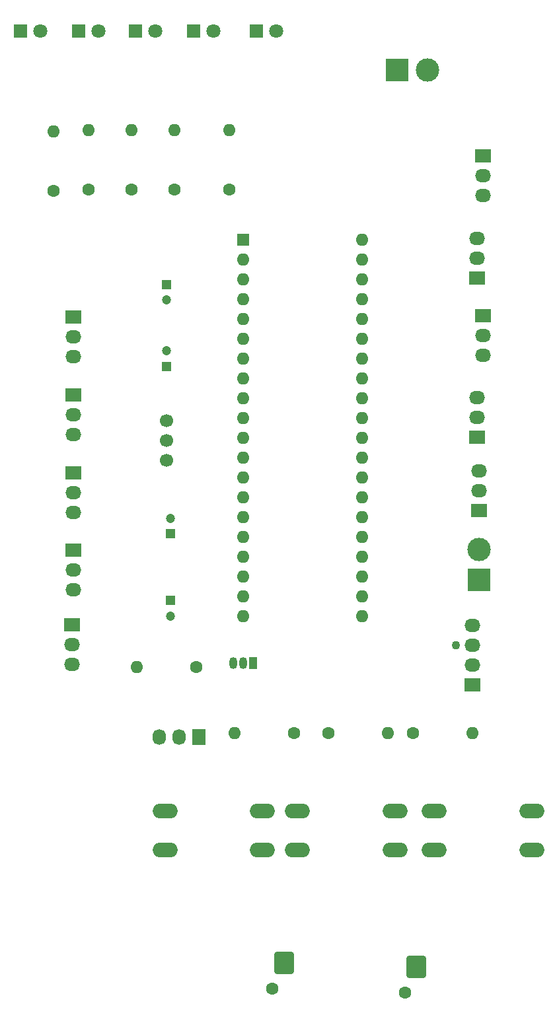
<source format=gbr>
%TF.GenerationSoftware,KiCad,Pcbnew,8.0.1*%
%TF.CreationDate,2024-06-24T22:12:18-03:00*%
%TF.ProjectId,House_Project,486f7573-655f-4507-926f-6a6563742e6b,rev?*%
%TF.SameCoordinates,Original*%
%TF.FileFunction,Soldermask,Top*%
%TF.FilePolarity,Negative*%
%FSLAX46Y46*%
G04 Gerber Fmt 4.6, Leading zero omitted, Abs format (unit mm)*
G04 Created by KiCad (PCBNEW 8.0.1) date 2024-06-24 22:12:18*
%MOMM*%
%LPD*%
G01*
G04 APERTURE LIST*
G04 Aperture macros list*
%AMRoundRect*
0 Rectangle with rounded corners*
0 $1 Rounding radius*
0 $2 $3 $4 $5 $6 $7 $8 $9 X,Y pos of 4 corners*
0 Add a 4 corners polygon primitive as box body*
4,1,4,$2,$3,$4,$5,$6,$7,$8,$9,$2,$3,0*
0 Add four circle primitives for the rounded corners*
1,1,$1+$1,$2,$3*
1,1,$1+$1,$4,$5*
1,1,$1+$1,$6,$7*
1,1,$1+$1,$8,$9*
0 Add four rect primitives between the rounded corners*
20,1,$1+$1,$2,$3,$4,$5,0*
20,1,$1+$1,$4,$5,$6,$7,0*
20,1,$1+$1,$6,$7,$8,$9,0*
20,1,$1+$1,$8,$9,$2,$3,0*%
G04 Aperture macros list end*
%ADD10R,1.600000X1.600000*%
%ADD11O,1.600000X1.600000*%
%ADD12C,1.600000*%
%ADD13R,1.050000X1.500000*%
%ADD14O,1.050000X1.500000*%
%ADD15R,3.000000X3.000000*%
%ADD16C,3.000000*%
%ADD17R,1.800000X1.800000*%
%ADD18C,1.800000*%
%ADD19O,2.030000X1.730000*%
%ADD20R,2.030000X1.730000*%
%ADD21O,1.730000X2.030000*%
%ADD22R,1.730000X2.030000*%
%ADD23O,3.200000X1.900000*%
%ADD24C,1.100000*%
%ADD25RoundRect,0.250000X-0.980000X-1.150000X0.980000X-1.150000X0.980000X1.150000X-0.980000X1.150000X0*%
%ADD26C,1.700000*%
%ADD27R,1.200000X1.200000*%
%ADD28C,1.200000*%
G04 APERTURE END LIST*
D10*
%TO.C,U1*%
X107760000Y-72720000D03*
D11*
X107760000Y-75260000D03*
X107760000Y-77800000D03*
X107760000Y-80340000D03*
X107760000Y-82880000D03*
X107760000Y-85420000D03*
X107760000Y-87960000D03*
X107760000Y-90500000D03*
X107760000Y-93040000D03*
X107760000Y-95580000D03*
X107760000Y-98120000D03*
X107760000Y-100660000D03*
X107760000Y-103200000D03*
X107760000Y-105740000D03*
X107760000Y-108280000D03*
X107760000Y-110820000D03*
X107760000Y-113360000D03*
X107760000Y-115900000D03*
X107760000Y-118440000D03*
X107760000Y-120980000D03*
X123000000Y-120980000D03*
X123000000Y-118440000D03*
X123000000Y-115900000D03*
X123000000Y-113360000D03*
X123000000Y-110820000D03*
X123000000Y-108280000D03*
X123000000Y-105740000D03*
X123000000Y-103200000D03*
X123000000Y-100660000D03*
X123000000Y-98120000D03*
X123000000Y-95580000D03*
X123000000Y-93040000D03*
X123000000Y-90500000D03*
X123000000Y-87960000D03*
X123000000Y-85420000D03*
X123000000Y-82880000D03*
X123000000Y-80340000D03*
X123000000Y-77800000D03*
X123000000Y-75260000D03*
X123000000Y-72720000D03*
%TD*%
D12*
%TO.C,R9-10KOhm1*%
X114310000Y-136000000D03*
D11*
X106690000Y-136000000D03*
%TD*%
D13*
%TO.C,Temperatura1*%
X109040000Y-127000000D03*
D14*
X107770000Y-127000000D03*
X106500000Y-127000000D03*
%TD*%
D15*
%TO.C,Rel\u00E9_AltoFalante1*%
X138000000Y-116380000D03*
D16*
X138000000Y-112500000D03*
%TD*%
D12*
%TO.C,R8-10KOhm1*%
X118690000Y-136000000D03*
D11*
X126310000Y-136000000D03*
%TD*%
D12*
%TO.C,R7-10Khm1*%
X129500000Y-136000000D03*
D11*
X137120000Y-136000000D03*
%TD*%
D12*
%TO.C,R6-220Ohm1*%
X106000000Y-66310000D03*
D11*
X106000000Y-58690000D03*
%TD*%
D12*
%TO.C,R5-220Ohm1*%
X99000000Y-66310000D03*
D11*
X99000000Y-58690000D03*
%TD*%
D12*
%TO.C,R4-220Ohm1*%
X83500000Y-66505000D03*
D11*
X83500000Y-58885000D03*
%TD*%
D12*
%TO.C,R3-220Ohm1*%
X88000000Y-66310000D03*
D11*
X88000000Y-58690000D03*
%TD*%
D12*
%TO.C,R2-220Ohm1*%
X93500000Y-66310000D03*
D11*
X93500000Y-58690000D03*
%TD*%
D12*
%TO.C,R1-4\u002C7kOhm1*%
X101810000Y-127500000D03*
D11*
X94190000Y-127500000D03*
%TD*%
D17*
%TO.C,Quintal1*%
X109460000Y-46000000D03*
D18*
X112000000Y-46000000D03*
%TD*%
D17*
%TO.C,Quarto2*%
X86725000Y-46000000D03*
D18*
X89265000Y-46000000D03*
%TD*%
D17*
%TO.C,Quarto1*%
X93960000Y-46000000D03*
D18*
X96500000Y-46000000D03*
%TD*%
D19*
%TO.C,Presen6*%
X85875000Y-127185000D03*
X85875000Y-124645000D03*
D20*
X85875000Y-122105000D03*
%TD*%
D19*
%TO.C,Presen5*%
X86000000Y-117655000D03*
X86000000Y-115115000D03*
D20*
X86000000Y-112575000D03*
%TD*%
D19*
%TO.C,Presen4*%
X86000000Y-107695000D03*
X86000000Y-105155000D03*
D20*
X86000000Y-102615000D03*
%TD*%
D19*
%TO.C,Presen3*%
X86000000Y-97695000D03*
X86000000Y-95155000D03*
D20*
X86000000Y-92615000D03*
%TD*%
D19*
%TO.C,Presen2*%
X86000000Y-87735000D03*
X86000000Y-85195000D03*
D20*
X86000000Y-82655000D03*
%TD*%
D21*
%TO.C,Presen1*%
X97000000Y-136500000D03*
X99540000Y-136500000D03*
D22*
X102080000Y-136500000D03*
%TD*%
D23*
%TO.C,Ligar/Desligar_Alarme1*%
X127250000Y-151000000D03*
X114750000Y-151000000D03*
X127250000Y-146000000D03*
X114750000Y-146000000D03*
%TD*%
D24*
%TO.C,LCD16x2*%
X135040000Y-124720000D03*
D20*
X137200000Y-129800000D03*
D19*
X137200000Y-127260000D03*
X137200000Y-124720000D03*
X137200000Y-122180000D03*
%TD*%
D12*
%TO.C,GND1*%
X128500000Y-169250000D03*
D25*
X130000000Y-166000000D03*
%TD*%
D20*
%TO.C,Gas5*%
X138500000Y-62000000D03*
D19*
X138500000Y-64540000D03*
X138500000Y-67080000D03*
%TD*%
D20*
%TO.C,Gas4*%
X137750000Y-77655000D03*
D19*
X137750000Y-75115000D03*
X137750000Y-72575000D03*
%TD*%
D20*
%TO.C,Gas3*%
X138500000Y-82500000D03*
D19*
X138500000Y-85040000D03*
X138500000Y-87580000D03*
%TD*%
D20*
%TO.C,Gas2*%
X137750000Y-98080000D03*
D19*
X137750000Y-95540000D03*
X137750000Y-93000000D03*
%TD*%
D20*
%TO.C,Gas1*%
X138000000Y-107500000D03*
D19*
X138000000Y-104960000D03*
X138000000Y-102420000D03*
%TD*%
D23*
%TO.C,Desligar_AlarmeSonoro1*%
X110250000Y-151000000D03*
X97750000Y-151000000D03*
X110250000Y-146000000D03*
X97750000Y-146000000D03*
%TD*%
D26*
%TO.C,Cristal-16MHz1*%
X98000000Y-101000000D03*
X98000000Y-98500000D03*
X98000000Y-96000000D03*
%TD*%
D17*
%TO.C,Cozinha1*%
X101460000Y-46000000D03*
D18*
X104000000Y-46000000D03*
%TD*%
D27*
%TO.C,C4-22pF1*%
X98000000Y-89000000D03*
D28*
X98000000Y-87000000D03*
%TD*%
D27*
%TO.C,C3-22pF1*%
X98500000Y-110472600D03*
D28*
X98500000Y-108472600D03*
%TD*%
D27*
%TO.C,C2-100nF1*%
X98000000Y-78500000D03*
D28*
X98000000Y-80500000D03*
%TD*%
D27*
%TO.C,C1-100nF1*%
X98500000Y-119000000D03*
D28*
X98500000Y-121000000D03*
%TD*%
D15*
%TO.C,Buzzer_Gas1*%
X127500000Y-51000000D03*
D16*
X131380000Y-51000000D03*
%TD*%
D17*
%TO.C,Banheiro1*%
X79225000Y-46000000D03*
D18*
X81765000Y-46000000D03*
%TD*%
D23*
%TO.C,Alterar_Temp1*%
X144750000Y-151000000D03*
X132250000Y-151000000D03*
X144750000Y-146000000D03*
X132250000Y-146000000D03*
%TD*%
D12*
%TO.C,+5*%
X111500000Y-168750000D03*
D25*
X113000000Y-165500000D03*
%TD*%
M02*

</source>
